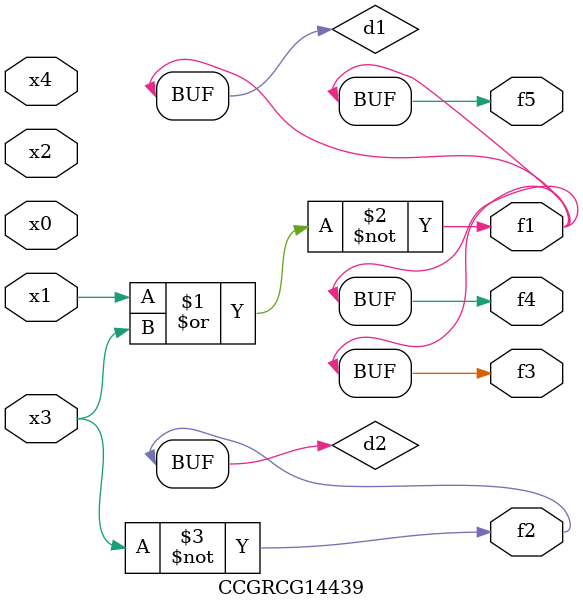
<source format=v>
module CCGRCG14439(
	input x0, x1, x2, x3, x4,
	output f1, f2, f3, f4, f5
);

	wire d1, d2;

	nor (d1, x1, x3);
	not (d2, x3);
	assign f1 = d1;
	assign f2 = d2;
	assign f3 = d1;
	assign f4 = d1;
	assign f5 = d1;
endmodule

</source>
